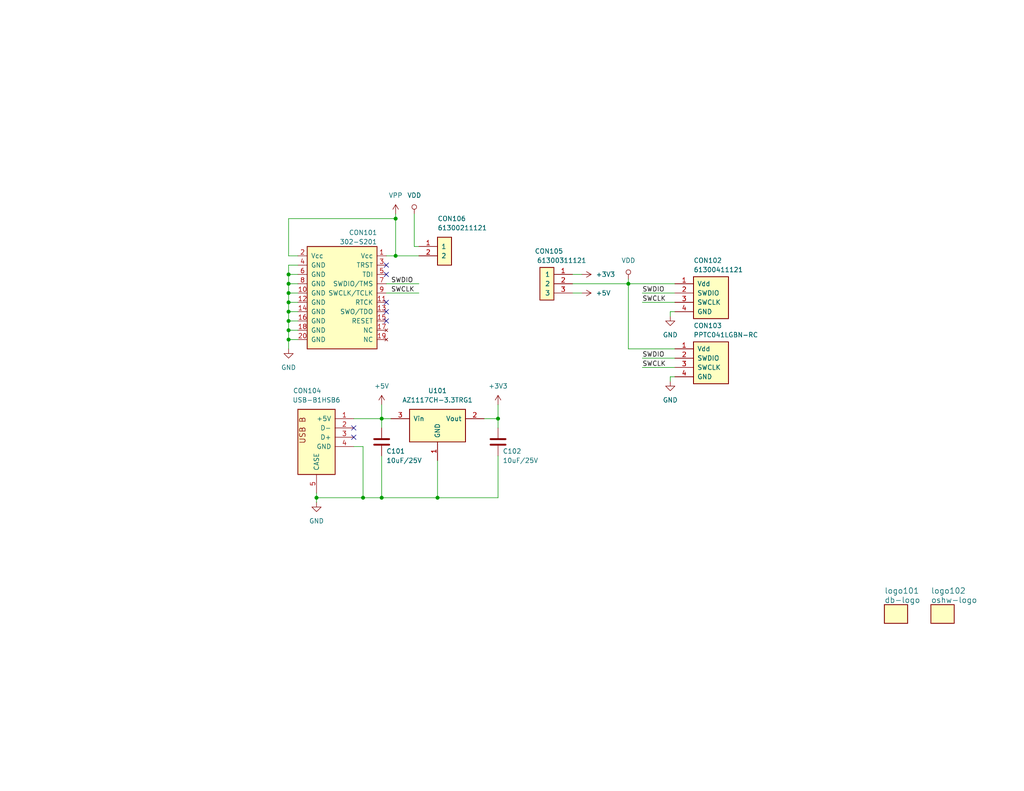
<source format=kicad_sch>
(kicad_sch (version 20230121) (generator eeschema)
  (paper "A")
  (title_block (title "Petit SWD") (date "2024-04-08") (rev "0.1") (company "db Electronics") (comment 1 "https://github.com/db-electronics/petit-jtag-kicad") (comment 2 "Licensed Under CERN OHL v.1.2") (comment 3 "Copyright 2024 René Richard"))
  (lib_symbols
    (symbol "db-artwork:logo" (pin_names (offset 1.016))
      (property "Reference" "logo" (at 0 6.35 0))
      (property "Value" "logo" (at 0 3.81 0))
      (symbol "logo_0_1"
        (rectangle (start -2.54 2.54) (end 3.81 -2.54) (stroke (width 0.254)) (fill (type background)))
      )
    )
    (symbol "db-connectors:HDR1X2" (pin_names (offset 1.016))
      (property "Reference" "CON" (at 2.54 3.81 0))
      (property "Value" "61300211121" (at 6.985 1.27 0))
      (symbol "HDR1X2_0_1"
        (rectangle (start 0 0) (end 3.81 -7.62) (stroke (width 0.254)) (fill (type background)))
      )
      (symbol "HDR1X2_1_1"
        (pin passive line (at -5.08 -2.54 0) (length 5.08) (name "1") (number "1"))
        (pin passive line (at -5.08 -5.08 0) (length 5.08) (name "2") (number "2"))
      )
    )
    (symbol "db-connectors:HDR1X3" (pin_names (offset 1.016))
      (property "Reference" "CON" (at 3.175 4.445 0))
      (property "Value" "61300311121" (at 4.445 2.54 0))
      (symbol "HDR1X3_0_1"
        (rectangle (start 0 0.635) (end 3.81 -8.255) (stroke (width 0.254)) (fill (type background)))
      )
      (symbol "HDR1X3_1_1"
        (pin passive line (at -5.08 -1.27 0) (length 5.08) (name "1") (number "1"))
        (pin passive line (at -5.08 -3.81 0) (length 5.08) (name "2") (number "2"))
        (pin passive line (at -5.08 -6.35 0) (length 5.08) (name "3") (number "3"))
      )
    )
    (symbol "db-connectors:JTAG-2X10-HDR" (pin_names (offset 1.016))
      (property "Reference" "CON" (at 1.905 3.175 0))
      (property "Value" "302-S201" (at 5.08 1.27 0))
      (symbol "JTAG-2X10-HDR_0_1"
        (rectangle (start 0 0) (end 19.05 -27.94) (stroke (width 0.254)) (fill (type background)))
      )
      (symbol "JTAG-2X10-HDR_1_1"
        (pin power_in line (at -2.54 -2.54 0) (length 2.54) (name "Vcc") (number "1"))
        (pin power_in line (at 21.59 -12.7 180) (length 2.54) (name "GND") (number "10"))
        (pin bidirectional line (at -2.54 -15.24 0) (length 2.54) (name "RTCK") (number "11"))
        (pin power_in line (at 21.59 -15.24 180) (length 2.54) (name "GND") (number "12"))
        (pin bidirectional line (at -2.54 -17.78 0) (length 2.54) (name "SWO/TDO") (number "13"))
        (pin power_in line (at 21.59 -17.78 180) (length 2.54) (name "GND") (number "14"))
        (pin bidirectional line (at -2.54 -20.32 0) (length 2.54) (name "RESET") (number "15"))
        (pin power_in line (at 21.59 -20.32 180) (length 2.54) (name "GND") (number "16"))
        (pin no_connect line (at -2.54 -22.86 0) (length 2.54) (name "NC") (number "17"))
        (pin power_in line (at 21.59 -22.86 180) (length 2.54) (name "GND") (number "18"))
        (pin no_connect line (at -2.54 -25.4 0) (length 2.54) (name "NC") (number "19"))
        (pin power_in line (at 21.59 -2.54 180) (length 2.54) (name "Vcc") (number "2"))
        (pin power_in line (at 21.59 -25.4 180) (length 2.54) (name "GND") (number "20"))
        (pin bidirectional line (at -2.54 -5.08 0) (length 2.54) (name "TRST") (number "3"))
        (pin power_in line (at 21.59 -5.08 180) (length 2.54) (name "GND") (number "4"))
        (pin bidirectional line (at -2.54 -7.62 0) (length 2.54) (name "TDI") (number "5"))
        (pin power_in line (at 21.59 -7.62 180) (length 2.54) (name "GND") (number "6"))
        (pin bidirectional line (at -2.54 -10.16 0) (length 2.54) (name "SWDIO/TMS") (number "7"))
        (pin power_in line (at 21.59 -10.16 180) (length 2.54) (name "GND") (number "8"))
        (pin bidirectional line (at -2.54 -12.7 0) (length 2.54) (name "SWCLK/TCLK") (number "9"))
      )
    )
    (symbol "db-connectors:SWD_HDR1X4" (pin_names (offset 1.016))
      (property "Reference" "CON" (at 2.54 3.81 0))
      (property "Value" "61300411121" (at 6.985 1.905 0))
      (symbol "SWD_HDR1X4_0_1"
        (rectangle (start 0 0.635) (end 9.525 -10.795) (stroke (width 0.254)) (fill (type background)))
      )
      (symbol "SWD_HDR1X4_1_1"
        (pin passive line (at -5.08 -1.27 0) (length 5.08) (name "Vdd") (number "1"))
        (pin passive line (at -5.08 -3.81 0) (length 5.08) (name "SWDIO") (number "2"))
        (pin passive line (at -5.08 -6.35 0) (length 5.08) (name "SWCLK") (number "3"))
        (pin passive line (at -5.08 -8.89 0) (length 5.08) (name "GND") (number "4"))
      )
    )
    (symbol "db-connectors:SWD_RCP1X4_RA" (pin_names (offset 1.016))
      (property "Reference" "CON" (at 3.175 4.445 0))
      (property "Value" "PPTC041LGBN-RC" (at 4.445 2.54 0))
      (symbol "SWD_RCP1X4_RA_0_1"
        (rectangle (start 0 0.635) (end 9.525 -10.795) (stroke (width 0.254)) (fill (type background)))
      )
      (symbol "SWD_RCP1X4_RA_1_1"
        (pin passive line (at -5.08 -1.27 0) (length 5.08) (name "Vdd") (number "1"))
        (pin passive line (at -5.08 -3.81 0) (length 5.08) (name "SWDIO") (number "2"))
        (pin passive line (at -5.08 -6.35 0) (length 5.08) (name "SWCLK") (number "3"))
        (pin passive line (at -5.08 -8.89 0) (length 5.08) (name "GND") (number "4"))
      )
    )
    (symbol "db-connectors:USB-B1HSB6" (pin_names (offset 1.016))
      (property "Reference" "CON" (at 2.54 3.175 0))
      (property "Value" "USB-B1HSB6" (at 6.35 1.27 0))
      (symbol "USB-B1HSB6_0_0"
        (rectangle (start 0 0) (end 10.16 -17.78) (stroke (width 0.254)) (fill (type background)))
        (text "USB B" (at 8.89 -5.715 900) (effects (font (size 1.524 1.524))))
      )
      (symbol "USB-B1HSB6_1_1"
        (pin passive line (at -5.08 -2.54 0) (length 5.08) (name "+5V") (number "1"))
        (pin passive line (at -5.08 -5.08 0) (length 5.08) (name "D-") (number "2"))
        (pin passive line (at -5.08 -7.62 0) (length 5.08) (name "D+") (number "3"))
        (pin passive line (at -5.08 -10.16 0) (length 5.08) (name "GND") (number "4"))
        (pin passive line (at 5.08 -22.86 90) (length 5.08) (name "CASE") (number "5"))
      )
    )
    (symbol "db-passives:C_0805" (pin_numbers hide) (pin_names (offset 0.254))
      (property "Reference" "C" (at 0.635 2.54 0))
      (property "Value" "C_0805" (at 0.635 -2.54 0))
      (symbol "C_0805_0_1"
        (polyline (pts (xy -2.032 -0.762) (xy 2.032 -0.762)) (stroke (width 0.508)))
        (polyline (pts (xy -2.032 0.762) (xy 2.032 0.762)) (stroke (width 0.508)))
      )
      (symbol "C_0805_1_1"
        (pin passive line (at 0 3.81 270) (length 2.794) (name "~") (number "1"))
        (pin passive line (at 0 -3.81 90) (length 2.794) (name "~") (number "2"))
      )
    )
    (symbol "db-sem:AZ1117CH-3.3TRG1" (pin_names (offset 1.016))
      (property "Reference" "U" (at 1.27 3.175 0))
      (property "Value" "AZ1117CH-3.3TRG1" (at 0 0.635 0))
      (symbol "AZ1117CH-3.3TRG1_0_1"
        (rectangle (start 0 0) (end 15.24 -8.89) (stroke (width 0.254)) (fill (type background)))
      )
      (symbol "AZ1117CH-3.3TRG1_1_1"
        (pin power_in line (at 7.62 -13.97 90) (length 5.08) (name "GND") (number "1"))
        (pin power_out line (at 20.32 -2.54 180) (length 5.08) (name "Vout") (number "2"))
        (pin power_in line (at -5.08 -2.54 0) (length 5.08) (name "Vin") (number "3"))
      )
    )
    (symbol "power:+3V3" (power) (pin_names (offset 0))
      (property "Value" "+3V3" (at 0 3.556 0))
      (symbol "+3V3_0_1"
        (polyline (pts (xy -0.762 1.27) (xy 0 2.54)))
        (polyline (pts (xy 0 0) (xy 0 2.54)))
        (polyline (pts (xy 0 2.54) (xy 0.762 1.27)))
      )
      (symbol "+3V3_1_1"
        (pin power_in line (at 0 0 90) (length 0) hide (name "+3V3") (number "1"))
      )
    )
    (symbol "power:+5V" (power) (pin_names (offset 0))
      (property "Value" "+5V" (at 0 3.556 0))
      (symbol "+5V_0_1"
        (polyline (pts (xy -0.762 1.27) (xy 0 2.54)))
        (polyline (pts (xy 0 0) (xy 0 2.54)))
        (polyline (pts (xy 0 2.54) (xy 0.762 1.27)))
      )
      (symbol "+5V_1_1"
        (pin power_in line (at 0 0 90) (length 0) hide (name "+5V") (number "1"))
      )
    )
    (symbol "power:GND" (power) (pin_names (offset 0))
      (property "Value" "GND" (at 0 -3.81 0))
      (symbol "GND_0_1"
        (polyline (pts (xy 0 0) (xy 0 -1.27) (xy 1.27 -1.27) (xy 0 -2.54) (xy -1.27 -1.27) (xy 0 -1.27)))
      )
      (symbol "GND_1_1"
        (pin power_in line (at 0 0 270) (length 0) hide (name "GND") (number "1"))
      )
    )
    (symbol "power:VDD" (power) (pin_names (offset 0))
      (property "Value" "VDD" (at 0 3.81 0))
      (symbol "VDD_0_1"
        (polyline (pts (xy 0 0) (xy 0 1.27)))
        (circle (center 0 1.905) (radius 0.635))
      )
      (symbol "VDD_1_1"
        (pin power_in line (at 0 0 90) (length 0) hide (name "VDD") (number "1"))
      )
    )
    (symbol "power:VPP" (power) (pin_names (offset 0))
      (property "Value" "VPP" (at 0 3.81 0))
      (symbol "VPP_0_1"
        (polyline (pts (xy -0.762 1.27) (xy 0 2.54)))
        (polyline (pts (xy 0 0) (xy 0 2.54)))
        (polyline (pts (xy 0 2.54) (xy 0.762 1.27)))
      )
      (symbol "VPP_1_1"
        (pin power_in line (at 0 0 90) (length 0) hide (name "VPP") (number "1"))
      )
    )
  )
  (junction (at 78.74 90.17))
  (junction (at 78.74 85.09))
  (junction (at 78.74 77.47))
  (junction (at 86.36 135.89))
  (junction (at 99.06 135.89))
  (junction (at 107.95 59.69))
  (junction (at 104.14 114.3))
  (junction (at 78.74 92.71))
  (junction (at 78.74 80.01))
  (junction (at 104.14 135.89))
  (junction (at 78.74 74.93))
  (junction (at 135.89 114.3))
  (junction (at 171.45 77.47))
  (junction (at 107.95 69.85))
  (junction (at 78.74 82.55))
  (junction (at 119.38 135.89))
  (junction (at 78.74 87.63))
  (no_connect (at 96.52 119.38))
  (no_connect (at 105.41 72.39))
  (no_connect (at 105.41 82.55))
  (no_connect (at 105.41 74.93))
  (no_connect (at 105.41 87.63))
  (no_connect (at 105.41 85.09))
  (no_connect (at 96.52 116.84))
  (wire (pts (xy 96.52 114.3) (xy 104.14 114.3)))
  (wire (pts (xy 78.74 85.09) (xy 81.28 85.09)))
  (wire (pts (xy 135.89 110.49) (xy 135.89 114.3)))
  (wire (pts (xy 105.41 77.47) (xy 114.3 77.47)))
  (wire (pts (xy 107.95 59.69) (xy 107.95 69.85)))
  (wire (pts (xy 184.15 95.25) (xy 171.45 95.25)))
  (wire (pts (xy 78.74 87.63) (xy 78.74 90.17)))
  (wire (pts (xy 86.36 135.89) (xy 86.36 137.16)))
  (wire (pts (xy 119.38 125.73) (xy 119.38 135.89)))
  (wire (pts (xy 104.14 114.3) (xy 104.14 110.49)))
  (wire (pts (xy 78.74 82.55) (xy 81.28 82.55)))
  (wire (pts (xy 104.14 114.3) (xy 104.14 116.84)))
  (wire (pts (xy 175.26 97.79) (xy 184.15 97.79)))
  (wire (pts (xy 78.74 85.09) (xy 78.74 87.63)))
  (wire (pts (xy 175.26 80.01) (xy 184.15 80.01)))
  (wire (pts (xy 113.03 67.31) (xy 113.03 58.42)))
  (wire (pts (xy 104.14 135.89) (xy 99.06 135.89)))
  (wire (pts (xy 96.52 121.92) (xy 99.06 121.92)))
  (wire (pts (xy 78.74 74.93) (xy 78.74 77.47)))
  (wire (pts (xy 104.14 114.3) (xy 106.68 114.3)))
  (wire (pts (xy 78.74 74.93) (xy 81.28 74.93)))
  (wire (pts (xy 135.89 135.89) (xy 119.38 135.89)))
  (wire (pts (xy 78.74 59.69) (xy 107.95 59.69)))
  (wire (pts (xy 78.74 69.85) (xy 78.74 59.69)))
  (wire (pts (xy 119.38 135.89) (xy 104.14 135.89)))
  (wire (pts (xy 78.74 77.47) (xy 81.28 77.47)))
  (wire (pts (xy 156.21 80.01) (xy 158.75 80.01)))
  (wire (pts (xy 171.45 77.47) (xy 184.15 77.47)))
  (wire (pts (xy 184.15 102.87) (xy 182.88 102.87)))
  (wire (pts (xy 78.74 87.63) (xy 81.28 87.63)))
  (wire (pts (xy 81.28 69.85) (xy 78.74 69.85)))
  (wire (pts (xy 114.3 67.31) (xy 113.03 67.31)))
  (wire (pts (xy 99.06 121.92) (xy 99.06 135.89)))
  (wire (pts (xy 78.74 92.71) (xy 78.74 95.25)))
  (wire (pts (xy 86.36 135.89) (xy 99.06 135.89)))
  (wire (pts (xy 107.95 69.85) (xy 114.3 69.85)))
  (wire (pts (xy 78.74 80.01) (xy 78.74 82.55)))
  (wire (pts (xy 78.74 92.71) (xy 81.28 92.71)))
  (wire (pts (xy 107.95 58.42) (xy 107.95 59.69)))
  (wire (pts (xy 156.21 77.47) (xy 171.45 77.47)))
  (wire (pts (xy 78.74 72.39) (xy 78.74 74.93)))
  (wire (pts (xy 78.74 82.55) (xy 78.74 85.09)))
  (wire (pts (xy 107.95 69.85) (xy 105.41 69.85)))
  (wire (pts (xy 182.88 85.09) (xy 182.88 86.36)))
  (wire (pts (xy 78.74 77.47) (xy 78.74 80.01)))
  (wire (pts (xy 86.36 134.62) (xy 86.36 135.89)))
  (wire (pts (xy 184.15 85.09) (xy 182.88 85.09)))
  (wire (pts (xy 156.21 74.93) (xy 158.75 74.93)))
  (wire (pts (xy 78.74 90.17) (xy 78.74 92.71)))
  (wire (pts (xy 175.26 100.33) (xy 184.15 100.33)))
  (wire (pts (xy 135.89 124.46) (xy 135.89 135.89)))
  (wire (pts (xy 78.74 80.01) (xy 81.28 80.01)))
  (wire (pts (xy 135.89 114.3) (xy 135.89 116.84)))
  (wire (pts (xy 105.41 80.01) (xy 114.3 80.01)))
  (wire (pts (xy 182.88 102.87) (xy 182.88 104.14)))
  (wire (pts (xy 78.74 90.17) (xy 81.28 90.17)))
  (wire (pts (xy 81.28 72.39) (xy 78.74 72.39)))
  (wire (pts (xy 175.26 82.55) (xy 184.15 82.55)))
  (wire (pts (xy 171.45 77.47) (xy 171.45 76.2)))
  (wire (pts (xy 171.45 95.25) (xy 171.45 77.47)))
  (wire (pts (xy 132.08 114.3) (xy 135.89 114.3)))
  (wire (pts (xy 104.14 124.46) (xy 104.14 135.89)))
  (label "SWCLK" (at 175.26 100.33 0))
  (label "SWDIO" (at 175.26 97.79 0))
  (label "SWCLK" (at 106.68 80.01 0))
  (label "SWDIO" (at 175.26 80.01 0))
  (label "SWCLK" (at 175.26 82.55 0))
  (label "SWDIO" (at 106.68 77.47 0))
  (symbol (lib_id "power:GND") (at 182.88 86.36 0) (unit 1)
    (property "Reference" "#PWR0104" (effects hide))
    (property "Value" "GND" (at 182.88 91.44 0))
  )
  (symbol (lib_id "power:VDD") (at 171.45 76.2 0) (unit 1)
    (property "Reference" "#PWR0106" (effects hide))
    (property "Value" "VDD" (at 171.45 71.12 0))
  )
  (symbol (lib_id "db-passives:C_0805") (at 135.89 120.65 0) (unit 1)
    (property "Reference" "C102" (at 137.16 123.19 0) (effects (justify left)))
    (property "Value" "10uF/25V" (at 137.16 125.73 0) (effects (justify left)))
    (property "Footprint" "db-smt:0805" (effects hide))
    (property "Datasheet" "https://mm.digikey.com/Volume0/opasdata/d220001/medias/docus/5545/CL21A106KAYNNNE%20Spec.pdf" (effects hide))
    (property "Description" "CAP CER 10UF 25V X5R 0805" (effects hide))
    (property "Supplier" "www.digikey.ca" (effects hide))
    (property "Supplier Number" "1276-2891-1-ND" (effects hide))
  )
  (symbol (lib_id "db-connectors:SWD_HDR1X4") (at 189.23 76.2 0) (unit 1)
    (property "Reference" "CON102" (at 189.23 71.12 0) (effects (justify left)))
    (property "Value" "61300411121" (at 189.23 73.66 0) (effects (justify left)))
    (property "Footprint" "db-thparts:HDR1X4" (effects hide))
    (property "Datasheet" "https://www.we-online.com/katalog/datasheet/6130xx11121.pdf" (effects hide))
    (property "Description" "CONN HEADER VERT 4POS 2.54MM" (effects hide))
    (property "Supplier" "www.digikey.ca" (effects hide))
    (property "Supplier Number" "732-5317-ND" (effects hide))
  )
  (symbol (lib_id "db-connectors:HDR1X2") (at 119.38 64.77 0) (unit 1)
    (property "Reference" "CON106" (at 119.38 59.69 0) (effects (justify left)))
    (property "Value" "61300211121" (at 119.38 62.23 0) (effects (justify left)))
    (property "Footprint" "db-thparts:HDR1X2" (effects hide))
    (property "Datasheet" "https://www.we-online.com/katalog/datasheet/6130xx11121.pdf" (effects hide))
    (property "Description" "CONN HEADER VERT 2POS 2.54MM" (effects hide))
    (property "Supplier" "www.digikey.ca" (effects hide))
    (property "Supplier Number" "732-5315-ND" (effects hide))
  )
  (symbol (lib_id "db-connectors:USB-B1HSB6") (at 91.44 111.76 0) (mirror y) (unit 1)
    (property "Reference" "CON104" (at 83.82 106.68 0))
    (property "Value" "USB-B1HSB6" (at 86.36 109.22 0))
    (property "Footprint" "db-thparts:USB-B1HSxx" (effects hide))
    (property "Datasheet" "http://www.on-shore.com/wp-content/uploads/2015/09/usb-b1hsxx.pdf" (effects hide))
    (property "Description" "CONN USB TYPE B R/A BLACK" (effects hide))
    (property "Supplier" "www.digikey.ca" (effects hide))
    (property "Supplier Number" "ED2983-ND" (effects hide))
  )
  (symbol (lib_id "db-sem:AZ1117CH-3.3TRG1") (at 111.76 111.76 0) (unit 1)
    (property "Reference" "U101" (at 119.38 106.68 0))
    (property "Value" "AZ1117CH-3.3TRG1" (at 119.38 109.22 0))
    (property "Footprint" "db-smt:SOT-223" (effects hide))
    (property "Datasheet" "https://www.diodes.com/assets/Datasheets/AZ1117C.pdf" (effects hide))
    (property "Digikey" "AZ1117CH-3.3TRG1DICT-ND" (effects hide))
    (property "Description" "IC REG LINEAR 3.3V 800MA SOT223" (effects hide))
    (property "Reviewed" "2019-03-19" (effects hide))
  )
  (symbol (lib_id "power:GND") (at 78.74 95.25 0) (unit 1)
    (property "Reference" "#PWR0102" (effects hide))
    (property "Value" "GND" (at 78.74 100.33 0))
  )
  (symbol (lib_id "power:GND") (at 182.88 104.14 0) (unit 1)
    (property "Reference" "#PWR0103" (effects hide))
    (property "Value" "GND" (at 182.88 109.22 0))
  )
  (symbol (lib_id "power:+5V") (at 158.75 80.01 270) (unit 1)
    (property "Reference" "#PWR0110" (effects hide))
    (property "Value" "+5V" (at 162.56 80.01 90) (effects (justify left)))
  )
  (symbol (lib_id "db-artwork:logo") (at 256.54 167.64 0) (unit 1) (in_bom no)
    (property "Reference" "logo102" (at 254 161.29 0) (effects (font (size 1.524 1.524)) (justify left)))
    (property "Value" "oshw-logo" (at 254 163.83 0) (effects (font (size 1.524 1.524)) (justify left)))
    (property "Footprint" "db-artwork:oshw-logo_7.5mm" (effects hide))
  )
  (symbol (lib_id "db-passives:C_0805") (at 104.14 120.65 0) (unit 1)
    (property "Reference" "C101" (at 105.41 123.19 0) (effects (justify left)))
    (property "Value" "10uF/25V" (at 105.41 125.73 0) (effects (justify left)))
    (property "Footprint" "db-smt:0805" (effects hide))
    (property "Datasheet" "https://mm.digikey.com/Volume0/opasdata/d220001/medias/docus/5545/CL21A106KAYNNNE%20Spec.pdf" (effects hide))
    (property "Description" "CAP CER 10UF 25V X5R 0805" (effects hide))
    (property "Supplier" "www.digikey.ca" (effects hide))
    (property "Supplier Number" "1276-2891-1-ND" (effects hide))
  )
  (symbol (lib_id "power:+3V3") (at 158.75 74.93 270) (unit 1)
    (property "Reference" "#PWR0109" (effects hide))
    (property "Value" "+3V3" (at 162.56 74.93 90) (effects (justify left)))
  )
  (symbol (lib_id "power:+3V3") (at 135.89 110.49 0) (unit 1)
    (property "Reference" "#PWR0101" (effects hide))
    (property "Value" "+3V3" (at 135.89 105.41 0))
  )
  (symbol (lib_id "power:VDD") (at 113.03 58.42 0) (unit 1)
    (property "Reference" "#PWR0111" (effects hide))
    (property "Value" "VDD" (at 113.03 53.34 0))
  )
  (symbol (lib_id "power:VPP") (at 107.95 58.42 0) (unit 1)
    (property "Reference" "#PWR0108" (effects hide))
    (property "Value" "VPP" (at 107.95 53.34 0))
  )
  (symbol (lib_id "db-artwork:logo") (at 243.84 167.64 0) (unit 1) (in_bom no)
    (property "Reference" "logo101" (at 241.3 161.29 0) (effects (font (size 1.524 1.524)) (justify left)))
    (property "Value" "db-logo" (at 241.3 163.83 0) (effects (font (size 1.524 1.524)) (justify left)))
    (property "Footprint" "db-artwork:db-logo_10mm" (effects hide))
  )
  (symbol (lib_id "power:+5V") (at 104.14 110.49 0) (unit 1)
    (property "Reference" "#PWR0107" (effects hide))
    (property "Value" "+5V" (at 104.14 105.41 0))
  )
  (symbol (lib_id "db-connectors:HDR1X3") (at 151.13 73.66 0) (mirror y) (unit 1)
    (property "Reference" "CON105" (at 153.67 68.58 0) (effects (justify left)))
    (property "Value" "61300311121" (at 160.02 71.12 0) (effects (justify left)))
    (property "Footprint" "db-thparts:HDR1X3" (effects hide))
    (property "Datasheet" "https://www.we-online.com/katalog/datasheet/6130xx11121.pdf" (effects hide))
    (property "Description" "CONN HEADER VERT 3POS 2.54MM" (effects hide))
    (property "Supplier" "www.digikey.ca" (effects hide))
    (property "Supplier Number" "732-5316-ND" (effects hide))
  )
  (symbol (lib_id "power:GND") (at 86.36 137.16 0) (unit 1)
    (property "Reference" "#PWR0105" (effects hide))
    (property "Value" "GND" (at 86.36 142.24 0))
  )
  (symbol (lib_id "db-connectors:SWD_RCP1X4_RA") (at 189.23 93.98 0) (unit 1)
    (property "Reference" "CON103" (at 189.23 88.9 0) (effects (justify left)))
    (property "Value" "PPTC041LGBN-RC" (at 189.23 91.44 0) (effects (justify left)))
    (property "Footprint" "db-thparts:RCP1X4_RA" (effects hide))
    (property "Datasheet" "https://mm.digikey.com/Volume0/opasdata/d220001/medias/docus/937/Female_Headers.100_DS.pdf" (effects hide))
    (property "Description" "CONN HDR 4POS 0.1 TIN PCB R/A" (effects hide))
    (property "Supplier" "www.digikey.ca" (effects hide))
    (property "Supplier Number" "S5440-ND" (effects hide))
  )
  (symbol (lib_id "db-connectors:JTAG-2X10-HDR") (at 102.87 67.31 0) (mirror y) (unit 1)
    (property "Reference" "CON101" (at 99.06 63.5 0))
    (property "Value" "302-S201" (at 97.79 66.04 0))
    (property "Footprint" "db-thparts:HDR2X10-JTAG-SHROUD" (effects hide))
    (property "Datasheet" "http://www.on-shore.com/wp-content/uploads/2018/04/302-SXX1.pdf" (effects hide))
    (property "Description" "CONN HEADER VERT 20POS 2.54MM" (effects hide))
    (property "Supplier" "www.digikey.ca" (effects hide))
    (property "Supplier Number" "ED10524-ND" (effects hide))
  )
)
</source>
